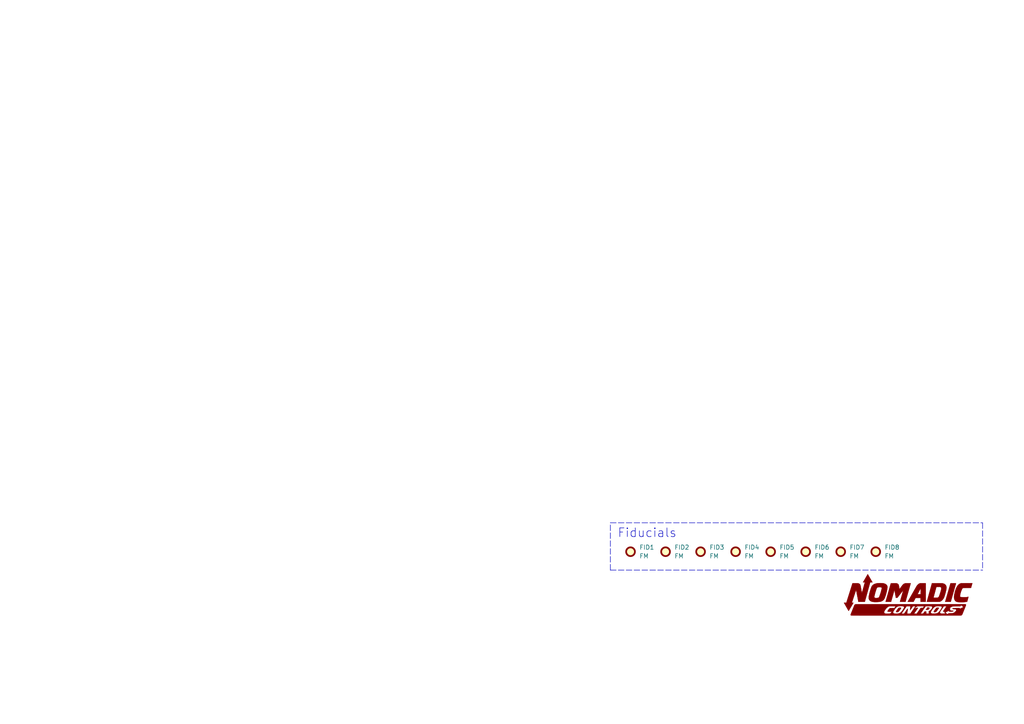
<source format=kicad_sch>
(kicad_sch (version 20211123) (generator eeschema)
  (paper "A4")
  (title_block (date "2023-01-22") (rev "1.0") (company "Nomadic Controls"))
  (lib_symbols
    (symbol "Kicad_Library_Ankit_Logos:Logo_Nomadic_Controls" (pin_names (offset 1.016)))
    (symbol "Mechanical:Fiducial"
      (property "Reference" "FID" (at 0 5.08 0))
      (property "Value" "Fiducial" (at 0 3.175 0))
    )
  )
  (polyline (pts (xy 177.038 151.638) (xy 284.988 151.638)))
  (polyline (pts (xy 177.038 165.354) (xy 177.038 151.638)))
  (polyline (pts (xy 284.988 151.638) (xy 284.988 165.354)))
  (polyline (pts (xy 177.038 165.354) (xy 284.988 165.354)))
  (text "Fiducials" (at 179.07 156.21 0) (effects (font (size 2.54 2.54)) (justify left bottom)))
  (symbol (lib_id "Mechanical:Fiducial") (at 203.2 160.02 0) (unit 1)
    (property "Reference" "FID3" (at 205.74 158.7499 0) (effects (justify left)))
    (property "Value" "FM" (at 205.74 161.2899 0) (effects (justify left)))
    (property "Footprint" "Fiducial:Fiducial_1mm_Mask2mm" (effects hide))
  )
  (symbol (lib_id "Kicad_Library_Ankit_Logos:Logo_Nomadic_Controls") (at 263.398 172.466 0) (unit 1)
    (property "Reference" "#G1" (effects hide))
    (property "Value" "Logo_Nomadic_Controls" (effects hide))
  )
  (symbol (lib_id "Mechanical:Fiducial") (at 223.52 160.02 0) (unit 1)
    (property "Reference" "FID5" (at 226.06 158.7499 0) (effects (justify left)))
    (property "Value" "FM" (at 226.06 161.2899 0) (effects (justify left)))
    (property "Footprint" "Fiducial:Fiducial_1mm_Mask2mm" (effects hide))
  )
  (symbol (lib_id "Mechanical:Fiducial") (at 193.04 160.02 0) (unit 1)
    (property "Reference" "FID2" (at 195.58 158.7499 0) (effects (justify left)))
    (property "Value" "FM" (at 195.58 161.2899 0) (effects (justify left)))
    (property "Footprint" "Fiducial:Fiducial_1mm_Mask2mm" (effects hide))
  )
  (symbol (lib_id "Mechanical:Fiducial") (at 254 160.02 0) (unit 1)
    (property "Reference" "FID8" (at 256.54 158.7499 0) (effects (justify left)))
    (property "Value" "FM" (at 256.54 161.2899 0) (effects (justify left)))
    (property "Footprint" "Fiducial:Fiducial_1mm_Mask2mm" (effects hide))
  )
  (symbol (lib_id "Mechanical:Fiducial") (at 243.84 160.02 0) (unit 1)
    (property "Reference" "FID7" (at 246.38 158.7499 0) (effects (justify left)))
    (property "Value" "FM" (at 246.38 161.2899 0) (effects (justify left)))
    (property "Footprint" "Fiducial:Fiducial_1mm_Mask2mm" (effects hide))
  )
  (symbol (lib_id "Mechanical:Fiducial") (at 182.88 160.02 0) (unit 1)
    (property "Reference" "FID1" (at 185.42 158.7499 0) (effects (justify left)))
    (property "Value" "FM" (at 185.42 161.2899 0) (effects (justify left)))
    (property "Footprint" "Fiducial:Fiducial_1mm_Mask2mm" (effects hide))
  )
  (symbol (lib_id "Mechanical:Fiducial") (at 233.68 160.02 0) (unit 1)
    (property "Reference" "FID6" (at 236.22 158.7499 0) (effects (justify left)))
    (property "Value" "FM" (at 236.22 161.2899 0) (effects (justify left)))
    (property "Footprint" "Fiducial:Fiducial_1mm_Mask2mm" (effects hide))
  )
  (symbol (lib_id "Mechanical:Fiducial") (at 213.36 160.02 0) (unit 1)
    (property "Reference" "FID4" (at 215.9 158.7499 0) (effects (justify left)))
    (property "Value" "FM" (at 215.9 161.2899 0) (effects (justify left)))
    (property "Footprint" "Fiducial:Fiducial_1mm_Mask2mm" (effects hide))
  )
)
</source>
